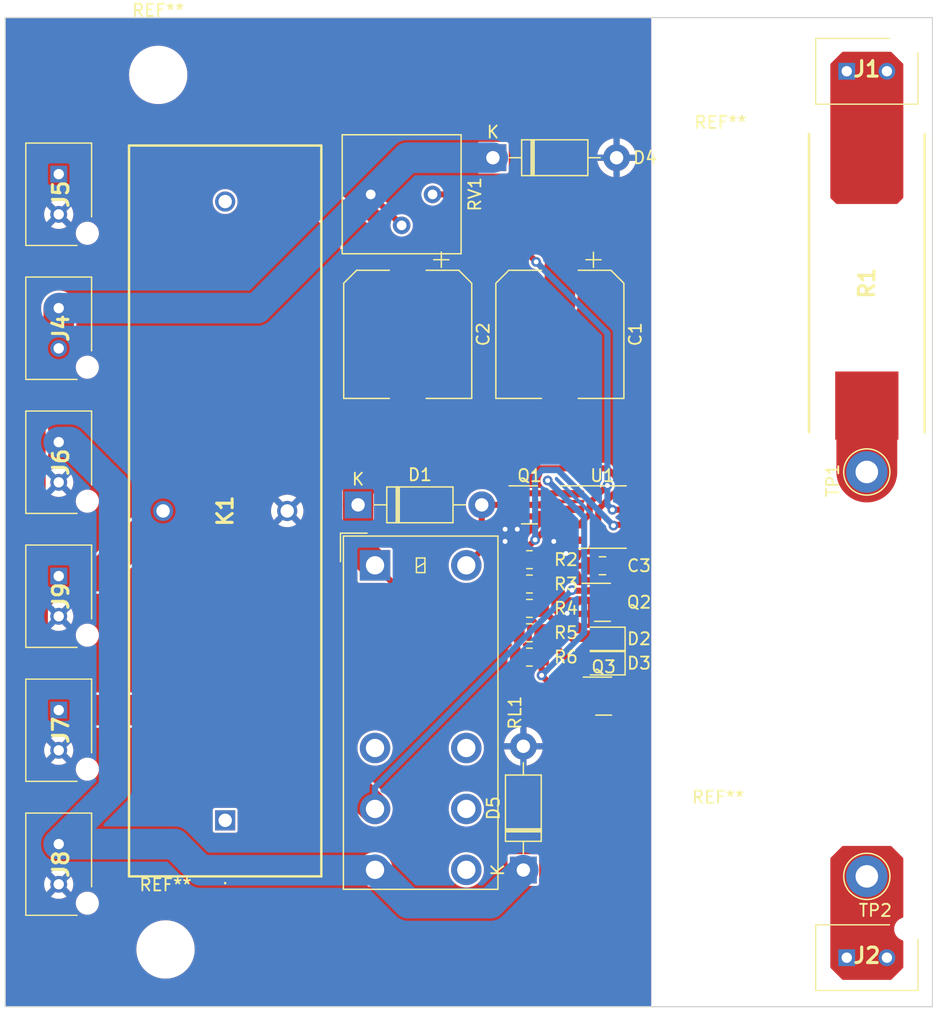
<source format=kicad_pcb>
(kicad_pcb (version 20221018) (generator pcbnew)
  (layers (0 "F.Cu" signal) (31 "B.Cu" signal) (34 "B.Paste" user) (35 "F.Paste" user) (36 "B.SilkS" user "B.Silkscreen") (37 "F.SilkS" user "F.Silkscreen") (38 "B.Mask" user) (39 "F.Mask" user) (44 "Edge.Cuts" user))
  (net 0 "")
  (net 1 "GND")
  (net 2 "+24V")
  (net 3 "Net-(D1-Pad2)")
  (net 4 "Net-(D2-Pad2)")
  (net 5 "Net-(D3-Pad1)")
  (net 6 "Net-(D3-Pad2)")
  (net 7 "HV+BATT")
  (net 8 "HV+")
  (net 9 "SC_IN")
  (net 12 "Net-(Q1-Pad1)")
  (net 13 "Net-(R1-Pad2)")
  (net 14 "Net-(U1-Pad7)")
  (net 15 "Net-(D2-Pad1)")
  (net 17 "AIR+")
  (net 19 "Net-(U1-Pad6)")
  (footprint "LED_SMD:LED_0805_2012Metric_Pad1.15x1.40mm_HandSolder" (layer "F.Cu") (at 99.08 66.6 180)
    (fp_text reference "D2" (at -3 0) (layer "F.SilkS"))
    (fp_text value "RED")
    (fp_line (start -1.86 -0.96) (end -1.86 0.96) (stroke (width 0.12)) (layer "F.SilkS"))
    (fp_line (start -1.86 0.96) (end 1 0.96) (stroke (width 0.12)) (layer "F.SilkS"))
    (fp_line (start 1 -0.96) (end -1.86 -0.96) (stroke (width 0.12)) (layer "F.SilkS"))
    (pad "1" smd roundrect (at -1.025 0 180) (size 1.15 1.4) (layers "F.Cu" "F.Paste" "F.Mask") (roundrect_rratio 0.217391) (net 15 "Net-(D2-Pad1)"))
    (pad "2" smd roundrect (at 1.025 0 180) (size 1.15 1.4) (layers "F.Cu" "F.Paste" "F.Mask") (roundrect_rratio 0.217391) (net 4 "Net-(D2-Pad2)"))
  )
  (footprint "Package_SO:SOIC-8_3.9x4.9mm_P1.27mm" (layer "F.Cu") (at 99.08 56.6)
    (fp_text reference "U1" (at 0 -3.4) (layer "F.SilkS"))
    (fp_text value "LM393")
    (fp_line (start 0 -2.56) (end -3.45 -2.56) (stroke (width 0.12)) (layer "F.SilkS"))
    (fp_line (start 0 -2.56) (end 1.95 -2.56) (stroke (width 0.12)) (layer "F.SilkS"))
    (fp_line (start 0 2.56) (end -1.95 2.56) (stroke (width 0.12)) (layer "F.SilkS"))
    (fp_line (start 0 2.56) (end 1.95 2.56) (stroke (width 0.12)) (layer "F.SilkS"))
    (pad "1" smd roundrect (at -2.475 -1.905) (size 1.95 0.6) (layers "F.Cu" "F.Paste" "F.Mask") (net 12 "Net-(Q1-Pad1)"))
    (pad "2" smd roundrect (at -2.475 -0.635) (size 1.95 0.6) (layers "F.Cu" "F.Paste" "F.Mask") (net 19 "Net-(U1-Pad6)"))
    (pad "3" smd roundrect (at -2.475 0.635) (size 1.95 0.6) (layers "F.Cu" "F.Paste" "F.Mask") (net 14 "Net-(U1-Pad7)"))
    (pad "4" smd roundrect (at -2.475 1.905) (size 1.95 0.6) (layers "F.Cu" "F.Paste" "F.Mask") (net 1 "GND"))
    (pad "5" smd roundrect (at 2.475 1.905) (size 1.95 0.6) (layers "F.Cu" "F.Paste" "F.Mask") (net 9 "SC_IN"))
    (pad "6" smd roundrect (at 2.475 0.635) (size 1.95 0.6) (layers "F.Cu" "F.Paste" "F.Mask") (net 19 "Net-(U1-Pad6)"))
    (pad "7" smd roundrect (at 2.475 -0.635) (size 1.95 0.6) (layers "F.Cu" "F.Paste" "F.Mask") (net 14 "Net-(U1-Pad7)"))
    (pad "8" smd roundrect (at 2.475 -1.905) (size 1.95 0.6) (layers "F.Cu" "F.Paste" "F.Mask") (net 2 "+24V"))
  )
  (footprint "SamacSys_Parts:DF33C2P33DSA24" (layer "F.Cu") (at 54.405 72.45 -90)
    (fp_text reference "J7" (at 1.65 -0.175 90) (layer "F.SilkS") (effects (font (size 1.27 1.27) (thickness 0.254))))
    (fp_text value "DisCharge" hide)
    (fp_line (start -2.55 -2.7) (end -2.55 -2.7) (stroke (width 0.1)) (layer "F.SilkS"))
    (fp_line (start -2.55 -2.7) (end -2.55 -2.7) (stroke (width 0.1)) (layer "F.SilkS"))
    (fp_line (start -2.55 -2.7) (end -2.55 2.7) (stroke (width 0.1)) (layer "F.SilkS"))
    (fp_line (start -2.55 -2.7) (end 3.5 -2.7) (stroke (width 0.1)) (layer "F.SilkS"))
    (fp_line (start -2.55 2.7) (end -2.55 -2.7) (stroke (width 0.1)) (layer "F.SilkS"))
    (fp_line (start -2.55 2.7) (end -2.55 2.7) (stroke (width 0.1)) (layer "F.SilkS"))
    (fp_line (start -2.55 2.7) (end -2.55 2.7) (stroke (width 0.1)) (layer "F.SilkS"))
    (fp_line (start -2.55 2.7) (end 5.85 2.7) (stroke (width 0.1)) (layer "F.SilkS"))
    (fp_line (start 3.5 -2.7) (end -2.55 -2.7) (stroke (width 0.1)) (layer "F.SilkS"))
    (fp_line (start 3.5 -2.7) (end 3.5 -2.7) (stroke (width 0.1)) (layer "F.SilkS"))
    (fp_line (start 5.85 -1.5) (end 5.85 -1.5) (stroke (width 0.1)) (layer "F.SilkS"))
    (fp_line (start 5.85 -1.5) (end 5.85 2.7) (stroke (width 0.1)) (layer "F.SilkS"))
    (fp_line (start 5.85 2.7) (end -2.55 2.7) (stroke (width 0.1)) (layer "F.SilkS"))
    (fp_line (start 5.85 2.7) (end 5.85 -1.5) (stroke (width 0.1)) (layer "F.SilkS"))
    (fp_line (start 5.85 2.7) (end 5.85 2.7) (stroke (width 0.1)) (layer "F.SilkS"))
    (fp_line (start 5.85 2.7) (end 5.85 2.7) (stroke (width 0.1)) (layer "F.SilkS"))
    (pad "" np_thru_hole circle (at 4.85 -2.35 270) (size 1.4 1.4) (drill 1.4) (layers "*.Cu" "*.Mask"))
    (pad "1" thru_hole rect (at 0 0 270) (size 1.381 1.381) (drill 0.85) (layers "*.Cu" "*.Mask") (net 9 "SC_IN"))
    (pad "2" thru_hole circle (at 3.3 0 270) (size 1.381 1.381) (drill 0.85) (layers "*.Cu" "*.Mask") (net 1 "GND"))
  )
  (footprint "SamacSys_Parts:DF33C2P33DSA24" (layer "F.Cu") (at 54.405 83.45 -90)
    (fp_text reference "J8" (at 1.65 -0.175 90) (layer "F.SilkS") (effects (font (size 1.27 1.27) (thickness 0.254))))
    (fp_text value "AIR+" hide)
    (fp_line (start -2.55 -2.7) (end -2.55 -2.7) (stroke (width 0.1)) (layer "F.SilkS"))
    (fp_line (start -2.55 -2.7) (end -2.55 -2.7) (stroke (width 0.1)) (layer "F.SilkS"))
    (fp_line (start -2.55 -2.7) (end -2.55 2.7) (stroke (width 0.1)) (layer "F.SilkS"))
    (fp_line (start -2.55 -2.7) (end 3.5 -2.7) (stroke (width 0.1)) (layer "F.SilkS"))
    (fp_line (start -2.55 2.7) (end -2.55 -2.7) (stroke (width 0.1)) (layer "F.SilkS"))
    (fp_line (start -2.55 2.7) (end -2.55 2.7) (stroke (width 0.1)) (layer "F.SilkS"))
    (fp_line (start -2.55 2.7) (end -2.55 2.7) (stroke (width 0.1)) (layer "F.SilkS"))
    (fp_line (start -2.55 2.7) (end 5.85 2.7) (stroke (width 0.1)) (layer "F.SilkS"))
    (fp_line (start 3.5 -2.7) (end -2.55 -2.7) (stroke (width 0.1)) (layer "F.SilkS"))
    (fp_line (start 3.5 -2.7) (end 3.5 -2.7) (stroke (width 0.1)) (layer "F.SilkS"))
    (fp_line (start 5.85 -1.5) (end 5.85 -1.5) (stroke (width 0.1)) (layer "F.SilkS"))
    (fp_line (start 5.85 -1.5) (end 5.85 2.7) (stroke (width 0.1)) (layer "F.SilkS"))
    (fp_line (start 5.85 2.7) (end -2.55 2.7) (stroke (width 0.1)) (layer "F.SilkS"))
    (fp_line (start 5.85 2.7) (end 5.85 -1.5) (stroke (width 0.1)) (layer "F.SilkS"))
    (fp_line (start 5.85 2.7) (end 5.85 2.7) (stroke (width 0.1)) (layer "F.SilkS"))
    (fp_line (start 5.85 2.7) (end 5.85 2.7) (stroke (width 0.1)) (layer "F.SilkS"))
    (pad "" np_thru_hole circle (at 4.85 -2.35 270) (size 1.4 1.4) (drill 1.4) (layers "*.Cu" "*.Mask"))
    (pad "1" thru_hole rect (at 0 0 270) (size 1.381 1.381) (drill 0.85) (layers "*.Cu" "*.Mask") (net 17 "AIR+"))
    (pad "2" thru_hole circle (at 3.3 0 270) (size 1.381 1.381) (drill 0.85) (layers "*.Cu" "*.Mask") (net 1 "GND"))
  )
  (footprint "SamacSys_Parts:DBT72410" (layer "F.Cu") (at 68.08 81.5 90)
    (fp_text reference "K1" (at 25.4 0 90) (layer "F.SilkS") (effects (font (size 1.27 1.27) (thickness 0.254))))
    (fp_text value "DBT72410" hide)
    (fp_line (start -5.2 0) (end -5.2 0) (stroke (width 0.1)) (layer "F.SilkS"))
    (fp_line (start -5.1 0) (end -5.1 0) (stroke (width 0.1)) (layer "F.SilkS"))
    (fp_line (start -4.6 -7.9) (end -4.6 7.9) (stroke (width 0.2)) (layer "F.SilkS"))
    (fp_line (start -4.6 7.9) (end 55.4 7.9) (stroke (width 0.2)) (layer "F.SilkS"))
    (fp_line (start 55.4 -7.9) (end -4.6 -7.9) (stroke (width 0.2)) (layer "F.SilkS"))
    (fp_line (start 55.4 7.9) (end 55.4 -7.9) (stroke (width 0.2)) (layer "F.SilkS"))
    (fp_arc (start -5.2 0) (mid -5.15 -0.05) (end -5.1 0) (stroke (width 0.1)) (layer "F.SilkS"))
    (fp_arc (start -5.1 0) (mid -5.15 0.05) (end -5.2 0) (stroke (width 0.1)) (layer "F.SilkS"))
    (pad "1" thru_hole rect (at 0 0 90) (size 1.65 1.65) (drill 1.1) (layers "*.Cu" "*.Mask"))
    (pad "2" thru_hole circle (at 50.8 0 90) (size 1.65 1.65) (drill 1.1) (layers "*.Cu" "*.Mask"))
    (pad "3" thru_hole circle (at 25.4 5.1 90) (size 1.65 1.65) (drill 1.1) (layers "*.Cu" "*.Mask") (net 1 "GND"))
    (pad "4" thru_hole circle (at 25.4 -5.1 90) (size 1.65 1.65) (drill 1.1) (layers "*.Cu" "*.Mask") (net 9 "SC_IN"))
  )
  (footprint "SamacSys_Parts:DF33C2P33DSA24" (layer "F.Cu") (at 54.405 28.45 -90)
    (fp_text reference "J5" (at 1.65 -0.175 90) (layer "F.SilkS") (effects (font (size 1.27 1.27) (thickness 0.254))))
    (fp_text value "PWR" hide)
    (fp_line (start -2.55 -2.7) (end -2.55 -2.7) (stroke (width 0.1)) (layer "F.SilkS"))
    (fp_line (start -2.55 -2.7) (end -2.55 -2.7) (stroke (width 0.1)) (layer "F.SilkS"))
    (fp_line (start -2.55 -2.7) (end -2.55 2.7) (stroke (width 0.1)) (layer "F.SilkS"))
    (fp_line (start -2.55 -2.7) (end 3.5 -2.7) (stroke (width 0.1)) (layer "F.SilkS"))
    (fp_line (start -2.55 2.7) (end -2.55 -2.7) (stroke (width 0.1)) (layer "F.SilkS"))
    (fp_line (start -2.55 2.7) (end -2.55 2.7) (stroke (width 0.1)) (layer "F.SilkS"))
    (fp_line (start -2.55 2.7) (end -2.55 2.7) (stroke (width 0.1)) (layer "F.SilkS"))
    (fp_line (start -2.55 2.7) (end 5.85 2.7) (stroke (width 0.1)) (layer "F.SilkS"))
    (fp_line (start 3.5 -2.7) (end -2.55 -2.7) (stroke (width 0.1)) (layer "F.SilkS"))
    (fp_line (start 3.5 -2.7) (end 3.5 -2.7) (stroke (width 0.1)) (layer "F.SilkS"))
    (fp_line (start 5.85 -1.5) (end 5.85 -1.5) (stroke (width 0.1)) (layer "F.SilkS"))
    (fp_line (start 5.85 -1.5) (end 5.85 2.7) (stroke (width 0.1)) (layer "F.SilkS"))
    (fp_line (start 5.85 2.7) (end -2.55 2.7) (stroke (width 0.1)) (layer "F.SilkS"))
    (fp_line (start 5.85 2.7) (end 5.85 -1.5) (stroke (width 0.1)) (layer "F.SilkS"))
    (fp_line (start 5.85 2.7) (end 5.85 2.7) (stroke (width 0.1)) (layer "F.SilkS"))
    (fp_line (start 5.85 2.7) (end 5.85 2.7) (stroke (width 0.1)) (layer "F.SilkS"))
    (pad "" np_thru_hole circle (at 4.85 -2.35 270) (size 1.4 1.4) (drill 1.4) (layers "*.Cu" "*.Mask"))
    (pad "1" thru_hole rect (at 0 0 270) (size 1.381 1.381) (drill 0.85) (layers "*.Cu" "*.Mask") (net 2 "+24V"))
    (pad "2" thru_hole circle (at 3.3 0 270) (size 1.381 1.381) (drill 0.85) (layers "*.Cu" "*.Mask") (net 1 "GND"))
  )
  (footprint "Potentiometer_THT:Potentiometer_Bourns_3386P_Vertical" (layer "F.Cu") (at 80.04 30.115 -90)
    (fp_text reference "RV1" (at -0.015 -8.555 90) (layer "F.SilkS"))
    (fp_text value "50k")
    (fp_line (start -4.9 -7.425) (end -4.9 2.345) (stroke (width 0.12)) (layer "F.SilkS"))
    (fp_line (start -4.9 -7.425) (end 4.87 -7.425) (stroke (width 0.12)) (layer "F.SilkS"))
    (fp_line (start -4.9 2.345) (end 4.87 2.345) (stroke (width 0.12)) (layer "F.SilkS"))
    (fp_line (start 4.87 -7.425) (end 4.87 2.345) (stroke (width 0.12)) (layer "F.SilkS"))
    (pad "1" thru_hole circle (at 0 0 270) (size 1.44 1.44) (drill 0.8) (layers "*.Cu" "*.Mask") (net 9 "SC_IN"))
    (pad "2" thru_hole circle (at 2.54 -2.54 270) (size 1.44 1.44) (drill 0.8) (layers "*.Cu" "*.Mask") (net 9 "SC_IN"))
    (pad "3" thru_hole circle (at 0 -5.08 270) (size 1.44 1.44) (drill 0.8) (layers "*.Cu" "*.Mask") (net 14 "Net-(U1-Pad7)"))
  )
  (footprint "SamacSys_Parts:DF33C2P33DSA24" (layer "F.Cu") (at 54.405 61.45 -90)
    (fp_text reference "J9" (at 1.65 -0.175 90) (layer "F.SilkS") (effects (font (size 1.27 1.27) (thickness 0.254))))
    (fp_text value "AIR-" hide)
    (fp_line (start -2.55 -2.7) (end -2.55 -2.7) (stroke (width 0.1)) (layer "F.SilkS"))
    (fp_line (start -2.55 -2.7) (end -2.55 -2.7) (stroke (width 0.1)) (layer "F.SilkS"))
    (fp_line (start -2.55 -2.7) (end -2.55 2.7) (stroke (width 0.1)) (layer "F.SilkS"))
    (fp_line (start -2.55 -2.7) (end 3.5 -2.7) (stroke (width 0.1)) (layer "F.SilkS"))
    (fp_line (start -2.55 2.7) (end -2.55 -2.7) (stroke (width 0.1)) (layer "F.SilkS"))
    (fp_line (start -2.55 2.7) (end -2.55 2.7) (stroke (width 0.1)) (layer "F.SilkS"))
    (fp_line (start -2.55 2.7) (end -2.55 2.7) (stroke (width 0.1)) (layer "F.SilkS"))
    (fp_line (start -2.55 2.7) (end 5.85 2.7) (stroke (width 0.1)) (layer "F.SilkS"))
    (fp_line (start 3.5 -2.7) (end -2.55 -2.7) (stroke (width 0.1)) (layer "F.SilkS"))
    (fp_line (start 3.5 -2.7) (end 3.5 -2.7) (stroke (width 0.1)) (layer "F.SilkS"))
    (fp_line (start 5.85 -1.5) (end 5.85 -1.5) (stroke (width 0.1)) (layer "F.SilkS"))
    (fp_line (start 5.85 -1.5) (end 5.85 2.7) (stroke (width 0.1)) (layer "F.SilkS"))
    (fp_line (start 5.85 2.7) (end -2.55 2.7) (stroke (width 0.1)) (layer "F.SilkS"))
    (fp_line (start 5.85 2.7) (end 5.85 -1.5) (stroke (width 0.1)) (layer "F.SilkS"))
    (fp_line (start 5.85 2.7) (end 5.85 2.7) (stroke (width 0.1)) (layer "F.SilkS"))
    (fp_line (start 5.85 2.7) (end 5.85 2.7) (stroke (width 0.1)) (layer "F.SilkS"))
    (pad "" np_thru_hole circle (at 4.85 -2.35 270) (size 1.4 1.4) (drill 1.4) (layers "*.Cu" "*.Mask"))
    (pad "1" thru_hole rect (at 0 0 270) (size 1.381 1.381) (drill 0.85) (layers "*.Cu" "*.Mask") (net 9 "SC_IN"))
    (pad "2" thru_hole circle (at 3.3 0 270) (size 1.381 1.381) (drill 0.85) (layers "*.Cu" "*.Mask") (net 1 "GND"))
  )
  (footprint "SamacSys_Parts:DF33C2P33DSA24" (layer "F.Cu") (at 54.405 50.45 -90)
    (fp_text reference "J6" (at 1.65 -0.175 90) (layer "F.SilkS") (effects (font (size 1.27 1.27) (thickness 0.254))))
    (fp_text value "DCDC" hide)
    (fp_line (start -2.55 -2.7) (end -2.55 -2.7) (stroke (width 0.1)) (layer "F.SilkS"))
    (fp_line (start -2.55 -2.7) (end -2.55 -2.7) (stroke (width 0.1)) (layer "F.SilkS"))
    (fp_line (start -2.55 -2.7) (end -2.55 2.7) (stroke (width 0.1)) (layer "F.SilkS"))
    (fp_line (start -2.55 -2.7) (end 3.5 -2.7) (stroke (width 0.1)) (layer "F.SilkS"))
    (fp_line (start -2.55 2.7) (end -2.55 -2.7) (stroke (width 0.1)) (layer "F.SilkS"))
    (fp_line (start -2.55 2.7) (end -2.55 2.7) (stroke (width 0.1)) (layer "F.SilkS"))
    (fp_line (start -2.55 2.7) (end -2.55 2.7) (stroke (width 0.1)) (layer "F.SilkS"))
    (fp_line (start -2.55 2.7) (end 5.85 2.7) (stroke (width 0.1)) (layer "F.SilkS"))
    (fp_line (start 3.5 -2.7) (end -2.55 -2.7) (stroke (width 0.1)) (layer "F.SilkS"))
    (fp_line (start 3.5 -2.7) (end 3.5 -2.7) (stroke (width 0.1)) (layer "F.SilkS"))
    (fp_line (start 5.85 -1.5) (end 5.85 -1.5) (stroke (width 0.1)) (layer "F.SilkS"))
    (fp_line (start 5.85 -1.5) (end 5.85 2.7) (stroke (width 0.1)) (layer "F.SilkS"))
    (fp_line (start 5.85 2.7) (end -2.55 2.7) (stroke (width 0.1)) (layer "F.SilkS"))
    (fp_line (start 5.85 2.7) (end 5.85 -1.5) (stroke (width 0.1)) (layer "F.SilkS"))
    (fp_line (start 5.85 2.7) (end 5.85 2.7) (stroke (width 0.1)) (layer "F.SilkS"))
    (fp_line (start 5.85 2.7) (end 5.85 2.7) (stroke (width 0.1)) (layer "F.SilkS"))
    (pad "" np_thru_hole circle (at 4.85 -2.35 270) (size 1.4 1.4) (drill 1.4) (layers "*.Cu" "*.Mask"))
    (pad "1" thru_hole rect (at 0 0 270) (size 1.381 1.381) (drill 0.85) (layers "*.Cu" "*.Mask") (net 17 "AIR+"))
    (pad "2" thru_hole circle (at 3.3 0 270) (size 1.381 1.381) (drill 0.85) (layers "*.Cu" "*.Mask") (net 1 "GND"))
  )
  (footprint "MountingHole:MountingHole_4.3mm_M4" (layer "F.Cu") (at 63.18 92.1)
    (fp_text reference "REF**" (at 0 -5.3) (layer "F.SilkS"))
    (fp_text value "MountingHole_4.3mm_M4")
    (pad "" np_thru_hole circle (at 0 0) (size 4.3 4.3) (drill 4.3) (layers "F&B.Cu" "*.Mask"))
  )
  (footprint "MountingHole:MountingHole_4.3mm_M4" (layer "F.Cu") (at 62.58 20.3)
    (fp_text reference "REF**" (at 0 -5.3) (layer "F.SilkS"))
    (fp_text value "MountingHole_4.3mm_M4")
    (pad "" np_thru_hole circle (at 0 0) (size 4.3 4.3) (drill 4.3) (layers "F&B.Cu" "*.Mask"))
  )
  (footprint "Package_TO_SOT_SMD:SOT-23" (layer "F.Cu") (at 99.18 71.3)
    (fp_text reference "Q3" (at 0 -2.4) (layer "F.SilkS"))
    (fp_text value "2N7002")
    (fp_line (start 0 -1.56) (end -1.675 -1.56) (stroke (width 0.12)) (layer "F.SilkS"))
    (fp_line (start 0 -1.56) (end 0.65 -1.56) (stroke (width 0.12)) (layer "F.SilkS"))
    (fp_line (start 0 1.56) (end -0.65 1.56) (stroke (width 0.12)) (layer "F.SilkS"))
    (fp_line (start 0 1.56) (end 0.65 1.56) (stroke (width 0.12)) (layer "F.SilkS"))
    (pad "1" smd roundrect (at -0.9375 -0.95) (size 1.475 0.6) (layers "F.Cu" "F.Paste" "F.Mask") (net 12 "Net-(Q1-Pad1)"))
    (pad "2" smd roundrect (at -0.9375 0.95) (size 1.475 0.6) (layers "F.Cu" "F.Paste" "F.Mask") (net 1 "GND"))
    (pad "3" smd roundrect (at 0.9375 0) (size 1.475 0.6) (layers "F.Cu" "F.Paste" "F.Mask") (net 15 "Net-(D2-Pad1)"))
  )
  (footprint "Capacitor_SMD:C_0805_2012Metric_Pad1.18x1.45mm_HandSolder" (layer "F.Cu") (at 99.08 60.6)
    (fp_text reference "C3" (at 3 0) (layer "F.SilkS"))
    (fp_text value "100n")
    (fp_line (start -0.261252 -0.735) (end 0.261252 -0.735) (stroke (width 0.12)) (layer "F.SilkS"))
    (fp_line (start -0.261252 0.735) (end 0.261252 0.735) (stroke (width 0.12)) (layer "F.SilkS"))
    (pad "1" smd roundrect (at -1.0375 0) (size 1.175 1.45) (layers "F.Cu" "F.Paste" "F.Mask") (roundrect_rratio 0.212766) (net 2 "+24V"))
    (pad "2" smd roundrect (at 1.0375 0) (size 1.175 1.45) (layers "F.Cu" "F.Paste" "F.Mask") (roundrect_rratio 0.212766) (net 1 "GND"))
  )
  (footprint "TestPoint:TestPoint_Loop_D2.50mm_Drill1.85mm" (layer "F.Cu") (at 120.8 86.1)
    (fp_text reference "TP2" (at 0.7 2.8) (layer "F.SilkS"))
    (fp_text value "TestPoint")
    (fp_circle (center 0 0) (end 1.9 0) (stroke (width 0.12)) (fill none) (layer "F.SilkS"))
    (pad "1" thru_hole circle (at 0 0) (size 3.4 3.4) (drill 1.85) (layers "*.Cu" "*.Mask") (net 8 "HV+"))
  )
  (footprint "SamacSys_Parts:DF33C2P33DSA24" (layer "F.Cu") (at 119.15 20)
    (fp_text reference "J1" (at 1.65 -0.175) (layer "F.SilkS") (effects (font (size 1.27 1.27) (thickness 0.254))))
    (fp_text value "HV+BATT" hide)
    (fp_line (start -2.55 -2.7) (end -2.55 -2.7) (stroke (width 0.1)) (layer "F.SilkS"))
    (fp_line (start -2.55 -2.7) (end -2.55 -2.7) (stroke (width 0.1)) (layer "F.SilkS"))
    (fp_line (start -2.55 -2.7) (end -2.55 2.7) (stroke (width 0.1)) (layer "F.SilkS"))
    (fp_line (start -2.55 -2.7) (end 3.5 -2.7) (stroke (width 0.1)) (layer "F.SilkS"))
    (fp_line (start -2.55 2.7) (end -2.55 -2.7) (stroke (width 0.1)) (layer "F.SilkS"))
    (fp_line (start -2.55 2.7) (end -2.55 2.7) (stroke (width 0.1)) (layer "F.SilkS"))
    (fp_line (start -2.55 2.7) (end -2.55 2.7) (stroke (width 0.1)) (layer "F.SilkS"))
    (fp_line (start -2.55 2.7) (end 5.85 2.7) (stroke (width 0.1)) (layer "F.SilkS"))
    (fp_line (start 3.5 -2.7) (end -2.55 -2.7) (stroke (width 0.1)) (layer "F.SilkS"))
    (fp_line (start 3.5 -2.7) (end 3.5 -2.7) (stroke (width 0.1)) (layer "F.SilkS"))
    (fp_line (start 5.85 -1.5) (end 5.85 -1.5) (stroke (width 0.1)) (layer "F.SilkS"))
    (fp_line (start 5.85 -1.5) (end 5.85 2.7) (stroke (width 0.1)) (layer "F.SilkS"))
    (fp_line (start 5.85 2.7) (end -2.55 2.7) (stroke (width 0.1)) (layer "F.SilkS"))
    (fp_line (start 5.85 2.7) (end 5.85 -1.5) (stroke (width 0.1)) (layer "F.SilkS"))
    (fp_line (start 5.85 2.7) (end 5.85 2.7) (stroke (width 0.1)) (layer "F.SilkS"))
    (fp_line (start 5.85 2.7) (end 5.85 2.7) (stroke (width 0.1)) (layer "F.SilkS"))
    (pad "" np_thru_hole circle (at 4.85 -2.35) (size 1.4 1.4) (drill 1.4) (layers "*.Cu" "*.Mask"))
    (pad "1" thru_hole rect (at 0 0) (size 1.381 1.381) (drill 0.85) (layers "*.Cu" "*.Mask") (net 7 "HV+BATT"))
    (pad "2" thru_hole circle (at 3.3 0) (size 1.381 1.381) (drill 0.85) (layers "*.Cu" "*.Mask") (net 7 "HV+BATT"))
  )
  (footprint "LED_SMD:LED_0805_2012Metric_Pad1.15x1.40mm_HandSolder" (layer "F.Cu") (at 99.08 68.6 180)
    (fp_text reference "D3" (at -3 0) (layer "F.SilkS"))
    (fp_text value "GREEN")
    (fp_line (start -1.86 -0.96) (end -1.86 0.96) (stroke (width 0.12)) (layer "F.SilkS"))
    (fp_line (start -1.86 0.96) (end 1 0.96) (stroke (width 0.12)) (layer "F.SilkS"))
    (fp_line (start 1 -0.96) (end -1.86 -0.96) (stroke (width 0.12)) (layer "F.SilkS"))
    (pad "1" smd roundrect (at -1.025 0 180) (size 1.15 1.4) (layers "F.Cu" "F.Paste" "F.Mask") (roundrect_rratio 0.217391) (net 5 "Net-(D3-Pad1)"))
    (pad "2" smd roundrect (at 1.025 0 180) (size 1.15 1.4) (layers "F.Cu" "F.Paste" "F.Mask") (roundrect_rratio 0.217391) (net 6 "Net-(D3-Pad2)"))
  )
  (footprint "Relay_THT:Relay_DPDT_Omron_G2RL" (layer "F.Cu") (at 80.3925 60.5625 -90)
    (fp_text reference "RL1" (at 12.1 -11.5 90) (layer "F.SilkS"))
    (fp_text value "G2RL-24-DC24")
    (fp_line (start -2.64 2.84) (end -2.64 0.65) (stroke (width 0.12)) (layer "F.SilkS"))
    (fp_line (start -2.4 -10.1) (end -2.4 2.6) (stroke (width 0.12)) (layer "F.SilkS"))
    (fp_line (start -2.4 2.6) (end 26.6 2.6) (stroke (width 0.12)) (layer "F.SilkS"))
    (fp_line (start -0.6 -4.1) (end -0.6 -3.4) (stroke (width 0.12)) (layer "F.SilkS"))
    (fp_line (start -0.6 -3.4) (end 0.6 -3.4) (stroke (width 0.12)) (layer "F.SilkS"))
    (fp_line (start -0.3 2.84) (end -2.64 2.84) (stroke (width 0.12)) (layer "F.SilkS"))
    (fp_line (start 0.2 -3.4) (end -0.2 -4.1) (stroke (width 0.12)) (layer "F.SilkS"))
    (fp_line (start 0.6 -4.1) (end -0.6 -4.1) (stroke (width 0.12)) (layer "F.SilkS"))
    (fp_line (start 0.6 -3.4) (end 0.6 -4.1) (stroke (width 0.12)) (layer "F.SilkS"))
    (fp_line (start 26.6 -10.1) (end -2.4 -10.1) (stroke (width 0.12)) (layer "F.SilkS"))
    (fp_line (start 26.6 2.6) (end 26.6 -10.1) (stroke (width 0.12)) (layer "F.SilkS"))
    (pad "1" thru_hole rect (at 0 0) (size 2.5 2.5) (drill 1.5) (layers "*.Cu" "*.Mask") (net 2 "+24V"))
    (pad "2" thru_hole oval (at 15 0) (size 2.5 2.5) (drill 1.5) (layers "*.Cu" "*.Mask"))
    (pad "3" thru_hole oval (at 20 0) (size 2.5 2.5) (drill 1.5) (layers "*.Cu" "*.Mask") (net 9 "SC_IN"))
    (pad "4" thru_hole oval (at 25 0) (size 2.5 2.5) (drill 1.5) (layers "*.Cu" "*.Mask") (net 17 "AIR+"))
    (pad "5" thru_hole oval (at 25 -7.5) (size 2.5 2.5) (drill 1.5) (layers "*.Cu" "*.Mask"))
    (pad "6" thru_hole oval (at 20 -7.5) (size 2.5 2.5) (drill 1.5) (layers "*.Cu" "*.Mask"))
    (pad "7" thru_hole oval (at 15 -7.5) (size 2.5 2.5) (drill 1.5) (layers "*.Cu" "*.Mask"))
    (pad "8" thru_hole oval (at 0 -7.5) (size 2.5 2.5) (drill 1.5) (layers "*.Cu" "*.Mask") (net 3 "Net-(D1-Pad2)"))
  )
  (footprint "Diode_THT:D_DO-41_SOD81_P10.16mm_Horizontal" (layer "F.Cu") (at 79 55.6)
    (fp_text reference "D1" (at 5.08 -2.47) (layer "F.SilkS"))
    (fp_text value "1N4001")
    (fp_text user "K" (at 0 -2.1) (layer "F.SilkS"))
    (fp_line (start 1.34 0) (end 2.36 0) (stroke (width 0.12)) (layer "F.SilkS"))
    (fp_line (start 2.36 -1.47) (end 2.36 1.47) (stroke (width 0.12)) (layer "F.SilkS"))
    (fp_line (start 2.36 1.47) (end 7.8 1.47) (stroke (width 0.12)) (layer "F.SilkS"))
    (fp_line (start 3.14 -1.47) (end 3.14 1.47) (stroke (width 0.12)) (layer "F.SilkS"))
    (fp_line (start 3.26 -1.47) (end 3.26 1.47) (stroke (width 0.12)) (layer "F.SilkS"))
    (fp_line (start 3.38 -1.47) (end 3.38 1.47) (stroke (width 0.12)) (layer "F.SilkS"))
    (fp_line (start 7.8 -1.47) (end 2.36 -1.47) (stroke (width 0.12)) (layer "F.SilkS"))
    (fp_line (start 7.8 1.47) (end 7.8 -1.47) (stroke (width 0.12)) (layer "F.SilkS"))
    (fp_line (start 8.82 0) (end 7.8 0) (stroke (width 0.12)) (layer "F.SilkS"))
    (pad "1" thru_hole rect (at 0 0) (size 2.2 2.2) (drill 1.1) (layers "*.Cu" "*.Mask") (net 2 "+24V"))
    (pad "2" thru_hole oval (at 10.16 0) (size 2.2 2.2) (drill 1.1) (layers "*.Cu" "*.Mask") (net 3 "Net-(D1-Pad2)"))
  )
  (footprint "Capacitor_SMD:CP_Elec_10x10" (layer "F.Cu") (at 83.08 41.6 -90)
    (fp_text reference "C2" (at 0 -6.2 90) (layer "F.SilkS"))
    (fp_text value "100u")
    (fp_line (start -6.75 -2.76) (end -5.5 -2.76) (stroke (width 0.12)) (layer "F.SilkS"))
    (fp_line (start -6.125 -3.385) (end -6.125 -2.135) (stroke (width 0.12)) (layer "F.SilkS"))
    (fp_line (start -5.26 -4.195563) (end -5.26 -1.51) (stroke (width 0.12)) (layer "F.SilkS"))
    (fp_line (start -5.26 -4.195563) (end -4.195563 -5.26) (stroke (width 0.12)) (layer "F.SilkS"))
    (fp_line (start -5.26 4.195563) (end -5.26 1.51) (stroke (width 0.12)) (layer "F.SilkS"))
    (fp_line (start -5.26 4.195563) (end -4.195563 5.26) (stroke (width 0.12)) (layer "F.SilkS"))
    (fp_line (start -4.195563 -5.26) (end 5.26 -5.26) (stroke (width 0.12)) (layer "F.SilkS"))
    (fp_line (start -4.195563 5.26) (end 5.26 5.26) (stroke (width 0.12)) (layer "F.SilkS"))
    (fp_line (start 5.26 -5.26) (end 5.26 -1.51) (stroke (width 0.12)) (layer "F.SilkS"))
    (fp_line (start 5.26 5.26) (end 5.26 1.51) (stroke (width 0.12)) (layer "F.SilkS"))
    (pad "1" smd roundrect (at -4 0 270) (size 4 2.5) (layers "F.Cu" "F.Paste" "F.Mask") (roundrect_rratio 0.1) (net 2 "+24V"))
    (pad "2" smd roundrect (at 4 0 270) (size 4 2.5) (layers "F.Cu" "F.Paste" "F.Mask") (roundrect_rratio 0.1) (net 1 "GND"))
  )
  (footprint "SamacSys_Parts:DF33C2P33DSA24" (layer "F.Cu") (at 54.405 39.45 -90)
    (fp_text reference "J4" (at 1.65 -0.175 90) (layer "F.SilkS") (effects (font (size 1.27 1.27) (thickness 0.254))))
    (fp_text value "SCIN" hide)
    (fp_line (start -2.55 -2.7) (end -2.55 -2.7) (stroke (width 0.1)) (layer "F.SilkS"))
    (fp_line (start -2.55 -2.7) (end -2.55 -2.7) (stroke (width 0.1)) (layer "F.SilkS"))
    (fp_line (start -2.55 -2.7) (end -2.55 2.7) (stroke (width 0.1)) (layer "F.SilkS"))
    (fp_line (start -2.55 -2.7) (end 3.5 -2.7) (stroke (width 0.1)) (layer "F.SilkS"))
    (fp_line (start -2.55 2.7) (end -2.55 -2.7) (stroke (width 0.1)) (layer "F.SilkS"))
    (fp_line (start -2.55 2.7) (end -2.55 2.7) (stroke (width 0.1)) (layer "F.SilkS"))
    (fp_line (start -2.55 2.7) (end -2.55 2.7) (stroke (width 0.1)) (layer "F.SilkS"))
    (fp_line (start -2.55 2.7) (end 5.85 2.7) (stroke (width 0.1)) (layer "F.SilkS"))
    (fp_line (start 3.5 -2.7) (end -2.55 -2.7) (stroke (width 0.1)) (layer "F.SilkS"))
    (fp_line (start 3.5 -2.7) (end 3.5 -2.7) (stroke (width 0.1)) (layer "F.SilkS"))
    (fp_line (start 5.85 -1.5) (end 5.85 -1.5) (stroke (width 0.1)) (layer "F.SilkS"))
    (fp_line (start 5.85 -1.5) (end 5.85 2.7) (stroke (width 0.1)) (layer "F.SilkS"))
    (fp_line (start 5.85 2.7) (end -2.55 2.7) (stroke (width 0.1)) (layer "F.SilkS"))
    (fp_line (start 5.85 2.7) (end 5.85 -1.5) (stroke (width 0.1)) (layer "F.SilkS"))
    (fp_line (start 5.85 2.7) (end 5.85 2.7) (stroke (width 0.1)) (layer "F.SilkS"))
    (fp_line (start 5.85 2.7) (end 5.85 2.7) (stroke (width 0.1)) (layer "F.SilkS"))
    (pad "" np_thru_hole circle (at 4.85 -2.35 270) (size 1.4 1.4) (drill 1.4) (layers "*.Cu" "*.Mask"))
    (pad "1" thru_hole rect (at 0 0 270) (size 1.381 1.381) (drill 0.85) (layers "*.Cu" "*.Mask") (net 9 "SC_IN"))
    (pad "2" thru_hole circle (at 3.3 0 270) (size 1.381 1.381) (drill 0.85) (layers "*.Cu" "*.Mask") (net 9 "SC_IN"))
  )
  (footprint "Resistor_SMD:R_0805_2012Metric_Pad1.20x1.40mm_HandSolder" (layer "F.Cu") (at 93.08 68.1)
    (fp_text reference "R6" (at 3 0) (layer "F.SilkS"))
    (fp_text value "10k")
    (fp_line (start -0.227064 -0.735) (end 0.227064 -0.735) (stroke (width 0.12)) (layer "F.SilkS"))
    (fp_line (start -0.227064 0.735) (end 0.227064 0.735) (stroke (width 0.12)) (layer "F.SilkS"))
    (pad "1" smd roundrect (at -1 0) (size 1.2 1.4) (layers "F.Cu" "F.Paste" "F.Mask") (roundrect_rratio 0.208333) (net 2 "+24V"))
    (pad "2" smd roundrect (at 1 0) (size 1.2 1.4) (layers "F.Cu" "F.Paste" "F.Mask") (roundrect_rratio 0.208333) (net 12 "Net-(Q1-Pad1)"))
  )
  (footprint "Package_TO_SOT_SMD:SOT-23" (layer "F.Cu") (at 99.08 63.6)
    (fp_text reference "Q2" (at 3 0) (layer "F.SilkS"))
    (fp_text value "2N7002")
    (fp_line (start 0 -1.56) (end -1.675 -1.56) (stroke (width 0.12)) (layer "F.SilkS"))
    (fp_line (start 0 -1.56) (end 0.65 -1.56) (stroke (width 0.12)) (layer "F.SilkS"))
    (fp_line (start 0 1.56) (end -0.65 1.56) (stroke (width 0.12)) (layer "F.SilkS"))
    (fp_line (start 0 1.56) (end 0.65 1.56) (stroke (width 0.12)) (layer "F.SilkS"))
    (pad "1" smd roundrect (at -0.9375 -0.95) (size 1.475 0.6) (layers "F.Cu" "F.Paste" "F.Mask") (net 9 "SC_IN"))
    (pad "2" smd roundrect (at -0.9375 0.95) (size 1.475 0.6) (layers "F.Cu" "F.Paste" "F.Mask") (net 1 "GND"))
    (pad "3" smd roundrect (at 0.9375 0) (size 1.475 0.6) (layers "F.Cu" "F.Paste" "F.Mask") (net 5 "Net-(D3-Pad1)"))
  )
  (footprint "MountingHole:MountingHole_4.3mm_M4" (layer "F.Cu") (at 108.58 84.9)
    (fp_text reference "REF**" (at 0 -5.3) (layer "F.SilkS"))
    (fp_text value "MountingHole_4.3mm_M4")
    (pad "" np_thru_hole circle (at 0 0) (size 4.3 4.3) (drill 4.3) (layers "F&B.Cu" "*.Mask"))
  )
  (footprint "Resistor_SMD:R_0805_2012Metric_Pad1.20x1.40mm_HandSolder" (layer "F.Cu") (at 93.08 62.1)
    (fp_text reference "R3" (at 3 0) (layer "F.SilkS"))
    (fp_text value "18k")
    (fp_line (start -0.227064 -0.735) (end 0.227064 -0.735) (stroke (width 0.12)) (layer "F.SilkS"))
    (fp_line (start -0.227064 0.735) (end 0.227064 0.735) (stroke (width 0.12)) (layer "F.SilkS"))
    (pad "1" smd roundrect (at -1 0) (size 1.2 1.4) (layers "F.Cu" "F.Paste" "F.Mask") (roundrect_rratio 0.208333) (net 19 "Net-(U1-Pad6)"))
    (pad "2" smd roundrect (at 1 0) (size 1.2 1.4) (layers "F.Cu" "F.Paste" "F.Mask") (roundrect_rratio 0.208333) (net 1 "GND"))
  )
  (footprint "Diode_THT:D_DO-41_SOD81_P10.16mm_Horizontal" (layer "F.Cu") (at 92.58 85.58 90)
    (fp_text reference "D5" (at 5.08 -2.47 90) (layer "F.SilkS"))
    (fp_text value "1N4001")
    (fp_text user "K" (at 0 -2.1 90) (layer "F.SilkS"))
    (fp_line (start 1.34 0) (end 2.36 0) (stroke (width 0.12)) (layer "F.SilkS"))
    (fp_line (start 2.36 -1.47) (end 2.36 1.47) (stroke (width 0.12)) (layer "F.SilkS"))
    (fp_line (start 2.36 1.47) (end 7.8 1.47) (stroke (width 0.12)) (layer "F.SilkS"))
    (fp_line (start 3.14 -1.47) (end 3.14 1.47) (stroke (width 0.12)) (layer "F.SilkS"))
    (fp_line (start 3.26 -1.47) (end 3.26 1.47) (stroke (width 0.12)) (layer "F.SilkS"))
    (fp_line (start 3.38 -1.47) (end 3.38 1.47) (stroke (width 0.12)) (layer "F.SilkS"))
    (fp_line (start 7.8 -1.47) (end 2.36 -1.47) (stroke (width 0.12)) (layer "F.SilkS"))
    (fp_line (start 7.8 1.47) (end 7.8 -1.47) (stroke (width 0.12)) (layer "F.SilkS"))
    (fp_line (start 8.82 0) (end 7.8 0) (stroke (width 0.12)) (layer "F.SilkS"))
    (pad "1" thru_hole rect (at 0 0 90) (size 2.2 2.2) (drill 1.1) (layers "*.Cu" "*.Mask") (net 17 "AIR+"))
    (pad "2" thru_hole oval (at 10.16 0 90) (size 2.2 2.2) (drill 1.1) (layers "*.Cu" "*.Mask") (net 1 "GND"))
  )
  (footprint "Capacitor_SMD:CP_Elec_10x10" (layer "F.Cu") (at 95.58 41.6 -90)
    (fp_text reference "C1" (at 0 -6.2 90) (layer "F.SilkS"))
    (fp_text value "220u")
    (fp_line (start -6.75 -2.76) (end -5.5 -2.76) (stroke (width 0.12)) (layer "F.SilkS"))
    (fp_line (start -6.125 -3.385) (end -6.125 -2.135) (stroke (width 0.12)) (layer "F.SilkS"))
    (fp_line (start -5.26 -4.195563) (end -5.26 -1.51) (stroke (width 0.12)) (layer "F.SilkS"))
    (fp_line (start -5.26 -4.195563) (end -4.195563 -5.26) (stroke (width 0.12)) (layer "F.SilkS"))
    (fp_line (start -5.26 4.195563) (end -5.26 1.51) (stroke (width 0.12)) (layer "F.SilkS"))
    (fp_line (start -5.26 4.195563) (end -4.195563 5.26) (stroke (width 0.12)) (layer "F.SilkS"))
    (fp_line (start -4.195563 -5.26) (end 5.26 -5.26) (stroke (width 0.12)) (layer "F.SilkS"))
    (fp_line (start -4.195563 5.26) (end 5.26 5.26) (stroke (width 0.12)) (layer "F.SilkS"))
    (fp_line (start 5.26 -5.26) (end 5.26 -1.51) (stroke (width 0.12)) (layer "F.SilkS"))
    (fp_line (start 5.26 5.26) (end 5.26 1.51) (stroke (width 0.12)) (layer "F.SilkS"))
    (pad "1" smd roundrect (at -4 0 270) (size 4 2.5) (layers "F.Cu" "F.Paste" "F.Mask") (roundrect_rratio 0.1) (net 14 "Net-(U1-Pad7)"))
    (pad "2" smd roundrect (at 4 0 270) (size 4 2.5) (layers "F.Cu" "F.Paste" "F.Mask") (roundrect_rratio 0.1) (net 1 "GND"))
  )
  (footprint "Resistor_SMD:R_0805_2012Metric_Pad1.20x1.40mm_HandSolder" (layer "F.Cu") (at 93.08 60.1 180)
    (fp_text reference "R2" (at -3 0) (layer "F.SilkS"))
    (fp_text value "2.2k")
    (fp_line (start -0.227064 -0.735) (end 0.227064 -0.735) (stroke (width 0.12)) (layer "F.SilkS"))
    (fp_line (start -0.227064 0.735) (end 0.227064 0.735) (stroke (width 0.12)) (layer "F.SilkS"))
    (pad "1" smd roundrect (at -1 0 180) (size 1.2 1.4) (layers "F.Cu" "F.Paste" "F.Mask") (roundrect_rratio 0.208333) (net 2 "+24V"))
    (pad "2" smd roundrect (at 1 0 180) (size 1.2 1.4) (layers "F.Cu" "F.Paste" "F.Mask") (roundrect_rratio 0.208333) (net 19 "Net-(U1-Pad6)"))
  )
  (footprint "Package_TO_SOT_SMD:SOT-23" (layer "F.Cu") (at 93.08 55.6)
    (fp_text reference "Q1" (at 0 -2.4) (layer "F.SilkS"))
    (fp_text value "2N7002")
    (fp_line (start 0 -1.56) (end -1.675 -1.56) (stroke (width 0.12)) (layer "F.SilkS"))
    (fp_line (start 0 -1.56) (end 0.65 -1.56) (stroke (width 0.12)) (layer "F.SilkS"))
    (fp_line (start 0 1.56) (end -0.65 1.56) (stroke (width 0.12)) (layer "F.SilkS"))
    (fp_line (start 0 1.56) (end 0.65 1.56) (stroke (width 0.12)) (layer "F.SilkS"))
    (pad "1" smd roundrect (at -0.9375 -0.95) (size 1.475 0.6) (layers "F.Cu" "F.Paste" "F.Mask") (net 12 "Net-(Q1-Pad1)"))
    (pad "2" smd roundrect (at -0.9375 0.95) (size 1.475 0.6) (layers "F.Cu" "F.Paste" "F.Mask") (net 1 "GND"))
    (pad "3" smd roundrect (at 0.9375 0) (size 1.475 0.6) (layers "F.Cu" "F.Paste" "F.Mask") (net 3 "Net-(D1-Pad2)"))
  )
  (footprint "Resistor_SMD:R_0805_2012Metric_Pad1.20x1.40mm_HandSolder" (layer "F.Cu") (at 93.08 66.1)
    (fp_text reference "R5" (at 3 0) (layer "F.SilkS"))
    (fp_text value "3.9k")
    (fp_line (start -0.227064 -0.735) (end 0.227064 -0.735) (stroke (width 0.12)) (layer "F.SilkS"))
    (fp_line (start -0.227064 0.735) (end 0.227064 0.735) (stroke (width 0.12)) (layer "F.SilkS"))
    (pad "1" smd roundrect (at -1 0) (size 1.2 1.4) (layers "F.Cu" "F.Paste" "F.Mask") (roundrect_rratio 0.208333) (net 2 "+24V"))
    (pad "2" smd roundrect (at 1 0) (size 1.2 1.4) (layers "F.Cu" "F.Paste" "F.Mask") (roundrect_rratio 0.208333) (net 6 "Net-(D3-Pad2)"))
  )
  (footprint "MountingHole:MountingHole_4.3mm_M4" (layer "F.Cu") (at 108.78 29.5)
    (fp_text reference "REF**" (at 0 -5.3) (layer "F.SilkS"))
    (fp_text value "MountingHole_4.3mm_M4")
    (pad "" np_thru_hole circle (at 0 0) (size 4.3 4.3) (drill 4.3) (layers "*.Cu" "*.Mask"))
  )
  (footprint "Diode_THT:D_DO-41_SOD81_P10.16mm_Horizontal" (layer "F.Cu") (at 90.08 27.1)
    (fp_text reference "D4" (at 12.5 0) (layer "F.SilkS"))
    (fp_text value "1N4001")
    (fp_text user "K" (at 0 -2.1) (layer "F.SilkS"))
    (fp_line (start 1.34 0) (end 2.36 0) (stroke (width 0.12)) (layer "F.SilkS"))
    (fp_line (start 2.36 -1.47) (end 2.36 1.47) (stroke (width 0.12)) (layer "F.SilkS"))
    (fp_line (start 2.36 1.47) (end 7.8 1.47) (stroke (width 0.12)) (layer "F.SilkS"))
    (fp_line (start 3.14 -1.47) (end 3.14 1.47) (stroke (width 0.12)) (layer "F.SilkS"))
    (fp_line (start 3.26 -1.47) (end 3.26 1.47) (stroke (width 0.12)) (layer "F.SilkS"))
    (fp_line (start 3.38 -1.47) (end 3.38 1.47) (stroke (width 0.12)) (layer "F.SilkS"))
    (fp_line (start 7.8 -1.47) (end 2.36 -1.47) (stroke (width 0.12)) (layer "F.SilkS"))
    (fp_line (start 7.8 1.47) (end 7.8 -1.47) (stroke (width 0.12)) (layer "F.SilkS"))
    (fp_line (start 8.82 0) (end 7.8 0) (stroke (width 0.12)) (layer "F.SilkS"))
    (pad "1" thru_hole rect (at 0 0) (size 2.2 2.2) (drill 1.1) (layers "*.Cu" "*.Mask") (net 9 "SC_IN"))
    (pad "2" thru_hole oval (at 10.16 0) (size 2.2 2.2) (drill 1.1) (layers "*.Cu" "*.Mask") (net 1 "GND"))
  )
  (footprint "TestPoint:TestPoint_Loop_D2.50mm_Drill1.85mm" (layer "F.Cu") (at 120.8 52.9 -90)
    (fp_text reference "TP1" (at 0.7 2.8 90) (layer "F.SilkS"))
    (fp_text value "TestPoint")
    (fp_circle (center 0 0) (end 1.9 0) (stroke (width 0.12)) (fill none) (layer "F.SilkS"))
    (pad "1" thru_hole circle (at 0 0 270) (size 3.4 3.4) (drill 1.85) (layers "*.Cu" "*.Mask") (net 13 "Net-(R1-Pad2)"))
  )
  (footprint "SamacSys_Parts:RESM24595X990N" (layer "F.Cu") (at 120.8 37.4 -90)
    (fp_text reference "R1" (at 0 0 90) (layer "F.SilkS") (effects (font (size 1.27 1.27) (thickness 0.254))))
    (fp_text value "39k/7W" hide)
    (fp_line (start -12.25 4.75) (end 12.25 4.75) (stroke (width 0.2)) (layer "F.SilkS"))
    (fp_line (start 12.25 -4.75) (end -12.25 -4.75) (stroke (width 0.2)) (layer "F.SilkS"))
    (pad "1" smd rect (at -10.05 0) (size 5.2 5.6) (layers "F.Cu" "F.Paste" "F.Mask") (net 7 "HV+BATT"))
    (pad "2" smd rect (at 10.05 0) (size 5.2 5.6) (layers "F.Cu" "F.Paste" "F.Mask") (net 13 "Net-(R1-Pad2)"))
  )
  (footprint "Resistor_SMD:R_0805_2012Metric_Pad1.20x1.40mm_HandSolder" (layer "F.Cu") (at 93.08 64.1)
    (fp_text reference "R4" (at 3 0) (layer "F.SilkS"))
    (fp_text value "3.9k")
    (fp_line (start -0.227064 -0.735) (end 0.227064 -0.735) (stroke (width 0.12)) (layer "F.SilkS"))
    (fp_line (start -0.227064 0.735) (end 0.227064 0.735) (stroke (width 0.12)) (layer "F.SilkS"))
    (pad "1" smd roundrect (at -1 0) (size 1.2 1.4) (layers "F.Cu" "F.Paste" "F.Mask") (roundrect_rratio 0.208333) (net 2 "+24V"))
    (pad "2" smd roundrect (at 1 0) (size 1.2 1.4) (layers "F.Cu" "F.Paste" "F.Mask") (roundrect_rratio 0.208333) (net 4 "Net-(D2-Pad2)"))
  )
  (footprint "SamacSys_Parts:DF33C2P33DSA24" (layer "F.Cu") (at 119.15 92.775)
    (fp_text reference "J2" (at 1.65 -0.175) (layer "F.SilkS") (effects (font (size 1.27 1.27) (thickness 0.254))))
    (fp_text value "HV+INVERTER" hide)
    (fp_line (start -2.55 -2.7) (end -2.55 -2.7) (stroke (width 0.1)) (layer "F.SilkS"))
    (fp_line (start -2.55 -2.7) (end -2.55 -2.7) (stroke (width 0.1)) (layer "F.SilkS"))
    (fp_line (start -2.55 -2.7) (end -2.55 2.7) (stroke (width 0.1)) (layer "F.SilkS"))
    (fp_line (start -2.55 -2.7) (end 3.5 -2.7) (stroke (width 0.1)) (layer "F.SilkS"))
    (fp_line (start -2.55 2.7) (end -2.55 -2.7) (stroke (width 0.1)) (layer "F.SilkS"))
    (fp_line (start -2.55 2.7) (end -2.55 2.7) (stroke (width 0.1)) (layer "F.SilkS"))
    (fp_line (start -2.55 2.7) (end -2.55 2.7) (stroke (width 0.1)) (layer "F.SilkS"))
    (fp_line (start -2.55 2.7) (end 5.85 2.7) (stroke (width 0.1)) (layer "F.SilkS"))
    (fp_line (start 3.5 -2.7) (end -2.55 -2.7) (stroke (width 0.1)) (layer "F.SilkS"))
    (fp_line (start 3.5 -2.7) (end 3.5 -2.7) (stroke (width 0.1)) (layer "F.SilkS"))
    (fp_line (start 5.85 -1.5) (end 5.85 -1.5) (stroke (width 0.1)) (layer "F.SilkS"))
    (fp_line (start 5.85 -1.5) (end 5.85 2.7) (stroke (width 0.1)) (layer "F.SilkS"))
    (fp_line (start 5.85 2.7) (end -2.55 2.7) (stroke (width 0.1)) (layer "F.SilkS"))
    (fp_line (start 5.85 2.7) (end 5.85 -1.5) (stroke (width 0.1)) (layer "F.SilkS"))
    (fp_line (start 5.85 2.7) (end 5.85 2.7) (stroke (width 0.1)) (layer "F.SilkS"))
    (fp_line (start 5.85 2.7) (end 5.85 2.7) (stroke (width 0.1)) (layer "F.SilkS"))
    (pad "" np_thru_hole circle (at 4.85 -2.35) (size 1.4 1.4) (drill 1.4) (layers "*.Cu" "*.Mask"))
    (pad "1" thru_hole rect (at 0 0) (size 1.381 1.381) (drill 0.85) (layers "*.Cu" "*.Mask") (net 8 "HV+"))
    (pad "2" thru_hole circle (at 3.3 0) (size 1.381 1.381) (drill 0.85) (layers "*.Cu" "*.Mask") (net 8 "HV+"))
  )
  (gr_rect (start 50 15.6) (end 126.2 96.8) (stroke (width 0.1)) (fill none) (layer "Edge.Cuts"))
  (via (at 92.08 57.6) (size 0.8) (drill 0.4) (layers "F.Cu" "B.Cu") (net 1))
  (via (at 96.08 59.6) (size 0.8) (drill 0.4) (layers "F.Cu" "B.Cu") (net 1))
  (via (at 96.18 64.5) (size 0.8) (drill 0.4) (layers "F.Cu" "B.Cu") (net 1))
  (via (at 91.08 58.6) (size 0.8) (drill 0.4) (layers "F.Cu" "B.Cu") (net 1))
  (via (at 95.08 58.6) (size 0.8) (drill 0.4) (layers "F.Cu" "B.Cu") (net 1))
  (via (at 91.08 57.6) (size 0.8) (drill 0.4) (layers "F.Cu" "B.Cu") (net 1))
  (segment (start 94.58 60.6) (end 94.08 60.1) (width 0.5) (layer "F.Cu") (net 2))
  (segment (start 55.255 27.6) (end 73.08 27.6) (width 2.5) (layer "F.Cu") (net 2))
  (segment (start 98.73 55.967178) (end 100.002178 54.695) (width 0.5) (layer "F.Cu") (net 2))
  (segment (start 98.0425 60.6) (end 94.58 60.6) (width 0.5) (layer "F.Cu") (net 2))
  (segment (start 77.33 31.85) (end 83.08 37.6) (width 2.5) (layer "F.Cu") (net 2))
  (segment (start 73.08 27.6) (end 77.33 31.85) (width 2.5) (layer "F.Cu") (net 2))
  (segment (start 92.08 66.1) (end 85.93 66.1) (width 0.5) (layer "F.Cu") (net 2))
  (segment (start 101.555 54.695) (end 99.46 52.6) (width 0.5) (layer "F.Cu") (net 2))
  (segment (start 82 52.6) (end 79 55.6) (width 0.5) (layer "F.Cu") (net 2))
  (segment (start 77.33 31.85) (end 79 33.52) (width 2.5) (layer "F.Cu") (net 2))
  (segment (start 98.73 59.9125) (end 98.73 55.967178) (width 0.5) (layer "F.Cu") (net 2))
  (segment (start 79 55.6) (end 79 59.17) (width 2.5) (layer "F.Cu") (net 2))
  (segment (start 100.002178 54.695) (end 101.555 54.695) (width 0.5) (layer "F.Cu") (net 2))
  (segment (start 54.405 28.45) (end 55.255 27.6) (width 2.5) (layer "F.Cu") (net 2))
  (segment (start 92.08 66.1) (end 92.08 68.1) (width 0.5) (layer "F.Cu") (net 2))
  (segment (start 98.0425 60.6) (end 98.73 59.9125) (width 0.5) (layer "F.Cu") (net 2))
  (segment (start 99.46 52.6) (end 82 52.6) (width 0.5) (layer "F.Cu") (net 2))
  (segment (start 79 33.52) (end 79 55.6) (width 2.5) (layer "F.Cu") (net 2))
  (segment (start 79 59.17) (end 80.3925 60.5625) (width 2.5) (layer "F.Cu") (net 2))
  (segment (start 85.93 66.1) (end 80.3925 60.5625) (width 0.5) (layer "F.Cu") (net 2))
  (segment (start 89.16 55.6) (end 94.0175 55.6) (width 0.5) (layer "F.Cu") (net 3))
  (segment (start 89.16 59.295) (end 87.8925 60.5625) (width 0.5) (layer "F.Cu") (net 3))
  (segment (start 89.16 55.6) (end 89.16 59.295) (width 0.5) (layer "F.Cu") (net 3))
  (segment (start 96.58 66.6) (end 94.08 64.1) (width 0.5) (layer "F.Cu") (net 4))
  (segment (start 98.055 66.6) (end 96.58 66.6) (width 0.5) (layer "F.Cu") (net 4))
  (segment (start 101.13 64.7125) (end 101.13 67.575) (width 0.5) (layer "F.Cu") (net 5))
  (segment (start 100.0175 63.6) (end 101.13 64.7125) (width 0.5) (layer "F.Cu") (net 5))
  (segment (start 101.13 67.575) (end 100.105 68.6) (width 0.5) (layer "F.Cu") (net 5))
  (segment (start 94.08 66.1) (end 96.58 68.6) (width 0.5) (layer "F.Cu") (net 6))
  (segment (start 96.58 68.6) (end 98.055 68.6) (width 0.5) (layer "F.Cu") (net 6))
  (segment (start 100.83 62.65) (end 101.58 61.9) (width 0.5) (layer "F.Cu") (net 9))
  (segment (start 98.1425 62.65) (end 96.63 62.65) (width 0.5) (layer "F.Cu") (net 9))
  (segment (start 52.08 59.125) (end 54.405 61.45) (width 2.5) (layer "F.Cu") (net 9))
  (segment (start 52.2645 63.5905) (end 52.2645 70.3095) (width 2.5) (layer "F.Cu") (net 9))
  (segment (start 52.2645 70.3095) (end 54.405 72.45) (width 2.5) (layer "F.Cu") (net 9))
  (segment (start 82.58 32.655) (end 80.04 30.115) (width 0.5) (layer "F.Cu") (net 9))
  (segment (start 54.405 61.45) (end 57.63 61.45) (width 2.5) (layer "F.Cu") (net 9))
  (segment (start 101.58 58.53) (end 101.555 58.505) (width 0.5) (layer "F.Cu") (net 9))
  (segment (start 96.63 62.65) (end 96.58 62.6) (width 0.5) (layer "F.Cu") (net 9))
  (segment (start 101.58 61.9) (end 101.58 58.53) (width 0.5) (layer "F.Cu") (net 9))
  (segment (start 98.1425 62.65) (end 100.83 62.65) (width 0.5) (layer "F.Cu") (net 9))
  (segment (start 72.28 72.45) (end 80.3925 80.5625) (width 2.5) (layer "F.Cu") (net 9))
  (segment (start 52.08 45.075) (end 52.08 59.125) (width 2.5) (layer "F.Cu") (net 9))
  (segment (start 54.405 61.45) (end 52.2645 63.5905) (width 2.5) (layer "F.Cu") (net 9))
  (segment (start 54.405 39.45) (end 54.405 42.75) (width 2.5) (layer "F.Cu") (net 9))
  (segment (start 57.63 61.45) (end 62.98 56.1) (width 2.5) (layer "F.Cu") (net 9))
  (segment (start 54.405 42.75) (end 52.08 45.075) (width 2.5) (layer "F.Cu") (net 9))
  (segment (start 54.405 72.45) (end 72.28 72.45) (width 2.5) (layer "F.Cu") (net 9))
  (via (at 96.58 62.6) (size 0.8) (drill 0.4) (layers "F.Cu" "B.Cu") (net 9))
  (segment (start 96.58 62.6) (end 80.3925 78.7875) (width 0.5) (layer "B.Cu") (net 9))
  (segment (start 90.08 27.1) (end 83.055 27.1) (width 2.5) (layer "B.Cu") (net 9))
  (segment (start 80.3925 78.7875) (end 80.3925 80.5625) (width 0.5) (layer "B.Cu") (net 9))
  (segment (start 54.405 39.45) (end 70.705 39.45) (width 2.5) (layer "B.Cu") (net 9))
  (segment (start 83.055 27.1) (end 80.04 30.115) (width 2.5) (layer "B.Cu") (net 9))
  (segment (start 70.705 39.45) (end 80.04 30.115) (width 2.5) (layer "B.Cu") (net 9))
  (segment (start 94.08 68.1) (end 94.08 69.6) (width 0.5) (layer "F.Cu") (net 12))
  (segment (start 96.56 54.65) (end 96.605 54.695) (width 0.5) (layer "F.Cu") (net 12))
  (segment (start 98.2425 70.35) (end 94.83 70.35) (width 0.5) (layer "F.Cu") (net 12))
  (segment (start 92.1425 54.65) (end 96.56 54.65) (width 0.5) (layer "F.Cu") (net 12))
  (segment (start 95.675 54.695) (end 96.605 54.695) (width 0.5) (layer "F.Cu") (net 12))
  (segment (start 94.83 70.35) (end 94.08 69.6) (width 0.5) (layer "F.Cu") (net 12))
  (segment (start 94.58 53.6) (end 95.675 54.695) (width 0.5) (layer "F.Cu") (net 12))
  (via (at 94.58 53.6) (size 0.8) (drill 0.4) (layers "F.Cu" "B.Cu") (net 12))
  (via (at 94.08 69.6) (size 0.8) (drill 0.4) (layers "F.Cu" "B.Cu") (net 12))
  (segment (start 97.58 56.6) (end 97.58 66.1) (width 0.5) (layer "B.Cu") (net 12))
  (segment (start 94.58 53.6) (end 97.58 56.6) (width 0.5) (layer "B.Cu") (net 12))
  (segment (start 97.58 66.1) (end 94.08 69.6) (width 0.5) (layer "B.Cu") (net 12))
  (segment (start 120.8 52.9) (end 120.8 47.45) (width 5) (layer "F.Cu") (net 13))
  (segment (start 98.03 55.45) (end 98.03 56.363528) (width 0.5) (layer "F.Cu") (net 14))
  (segment (start 98.03 56.363528) (end 97.158528 57.235) (width 0.5) (layer "F.Cu") (net 14))
  (segment (start 101.001472 55.965) (end 101.555 55.965) (width 0.5) (layer "F.Cu") (net 14))
  (segment (start 100.964471 56.002001) (end 101.001472 55.965) (width 0.5) (layer "F.Cu") (net 14))
  (segment (start 97.158528 57.235) (end 96.605 57.235) (width 0.5) (layer "F.Cu") (net 14))
  (segment (start 93.63 35.65) (end 88.095 30.115) (width 0.5) (layer "F.Cu") (net 14))
  (segment (start 95.58 37.6) (end 93.63 35.65) (width 0.5) (layer "F.Cu") (net 14))
  (segment (start 99.896553 56.002001) (end 100.964471 56.002001) (width 0.5) (layer "F.Cu") (net 14))
  (segment (start 99.472452 54.007548) (end 98.03 55.45) (width 0.5) (layer "F.Cu") (net 14))
  (segment (start 99.487548 54.007548) (end 99.472452 54.007548) (width 0.5) (layer "F.Cu") (net 14))
  (segment (start 88.095 30.115) (end 85.12 30.115) (width 0.5) (layer "F.Cu") (net 14))
  (via (at 99.896553 56.002001) (size 0.8) (drill 0.4) (layers "F.Cu" "B.Cu") (net 14))
  (via (at 93.63 35.65) (size 0.8) (drill 0.4) (layers "F.Cu" "B.Cu") (net 14))
  (via (at 99.487548 54.007548) (size 0.8) (drill 0.4) (layers "F.Cu" "B.Cu") (net 14))
  (segment (start 99.487548 55.592996) (end 99.487548 54.007548) (width 0.5) (layer "B.Cu") (net 14))
  (segment (start 99.487548 41.507548) (end 93.63 35.65) (width 0.5) (layer "B.Cu") (net 14))
  (segment (start 99.487548 54.007548) (end 99.487548 41.507548) (width 0.5) (layer "B.Cu") (net 14))
  (segment (start 99.896553 56.002001) (end 99.487548 55.592996) (width 0.5) (layer "B.Cu") (net 14))
  (segment (start 99.08 67.625) (end 100.105 66.6) (width 0.5) (layer "F.Cu") (net 15))
  (segment (start 100.1175 71.3) (end 100.1175 70.377449) (width 0.5) (layer "F.Cu") (net 15))
  (segment (start 99.08 69.339949) (end 99.08 67.625) (width 0.5) (layer "F.Cu") (net 15))
  (segment (start 100.1175 70.377449) (end 99.08 69.339949) (width 0.5) (layer "F.Cu") (net 15))
  (segment (start 89.86 88.3) (end 92.58 85.58) (width 2.5) (layer "B.Cu") (net 17))
  (segment (start 54.405 83.45) (end 63.93 83.45) (width 2.5) (layer "B.Cu") (net 17))
  (segment (start 58.955001 78.899999) (end 54.405 83.45) (width 2.5) (layer "B.Cu") (net 17))
  (segment (start 80.3925 85.5625) (end 83.13 88.3) (width 2.5) (layer "B.Cu") (net 17))
  (segment (start 63.93 83.45) (end 66.08 85.6) (width 2.5) (layer "B.Cu") (net 17))
  (segment (start 58.955001 54.075001) (end 58.955001 78.899999) (width 2.5) (layer "B.Cu") (net 17))
  (segment (start 54.405 50.45) (end 55.33 50.45) (width 2.5) (layer "B.Cu") (net 17))
  (segment (start 66.08 85.6) (end 80.355 85.6) (width 2.5) (layer "B.Cu") (net 17))
  (segment (start 55.33 50.45) (end 58.955001 54.075001) (width 2.5) (layer "B.Cu") (net 17))
  (segment (start 83.13 88.3) (end 89.86 88.3) (width 2.5) (layer "B.Cu") (net 17))
  (segment (start 80.355 85.6) (end 80.3925 85.5625) (width 2.5) (layer "B.Cu") (net 17))
  (segment (start 96.051472 55.965) (end 93.548236 58.468236) (width 0.5) (layer "F.Cu") (net 19))
  (segment (start 100.045 57.235) (end 99.98 57.3) (width 0.5) (layer "F.Cu") (net 19))
  (segment (start 96.605 55.965) (end 96.051472 55.965) (width 0.5) (layer "F.Cu") (net 19))
  (segment (start 101.555 57.235) (end 100.045 57.235) (width 0.5) (layer "F.Cu") (net 19))
  (segment (start 92.08 60.1) (end 92.08 62.1) (width 0.5) (layer "F.Cu") (net 19))
  (segment (start 93.548236 58.468236) (end 92.08 59.936472) (width 0.5) (layer "F.Cu") (net 19))
  (segment (start 92.08 59.936472) (end 92.08 60.1) (width 0.5) (layer "F.Cu") (net 19))
  (via (at 99.98 57.3) (size 0.8) (drill 0.4) (layers "F.Cu" "B.Cu") (net 19))
  (via (at 93.548236 58.468236) (size 0.8) (drill 0.4) (layers "F.Cu" "B.Cu") (net 19))
  (segment (start 95.43 52.75) (end 94.13 52.75) (width 0.5) (layer "B.Cu") (net 19))
  (segment (start 93.548236 53.331764) (end 93.548236 58.468236) (width 0.5) (layer "B.Cu") (net 19))
  (segment (start 99.98 57.3) (end 95.43 52.75) (width 0.5) (layer "B.Cu") (net 19))
  (segment (start 94.13 52.75) (end 93.548236 53.331764) (width 0.5) (layer "B.Cu") (net 19))
  (zone (net 7) (net_name "HV+BATT") (layer "F.Cu") (connect_pads yes (clearance 0)) (min_thickness 0.254) (fill yes (thermal_gap 0.508) (thermal_bridge_width 1.27))
    (polygon (pts (xy 123.8 19.4) (xy 123.8 30.4) (xy 123.3 30.9) (xy 118.3 30.9) (xy 117.8 30.4) (xy 117.8 19.4) (xy 118.8 18.4) (xy 122.8 18.4)))
  )
  (zone (net 8) (net_name "HV+") (layer "F.Cu") (connect_pads yes (clearance 0)) (min_thickness 0.254) (fill yes (thermal_gap 0.508) (thermal_bridge_width 1.27))
    (polygon (pts (xy 117.8 93.6) (xy 117.8 84.6) (xy 118.8 83.6) (xy 122.8 83.6) (xy 123.8 84.6) (xy 123.8 93.6) (xy 122.8 94.6) (xy 118.8 94.6)))
  )
  (zone (net 1) (net_name "GND") (layers "F&B.Cu") (connect_pads (clearance 0)) (min_thickness 0.254) (fill yes (thermal_gap 0.508) (thermal_bridge_width 0.508))
    (polygon (pts (xy 103.08 98.2) (xy 49.58 98.2) (xy 49.58 14.4) (xy 103.08 14.4)))
  )
)
</source>
